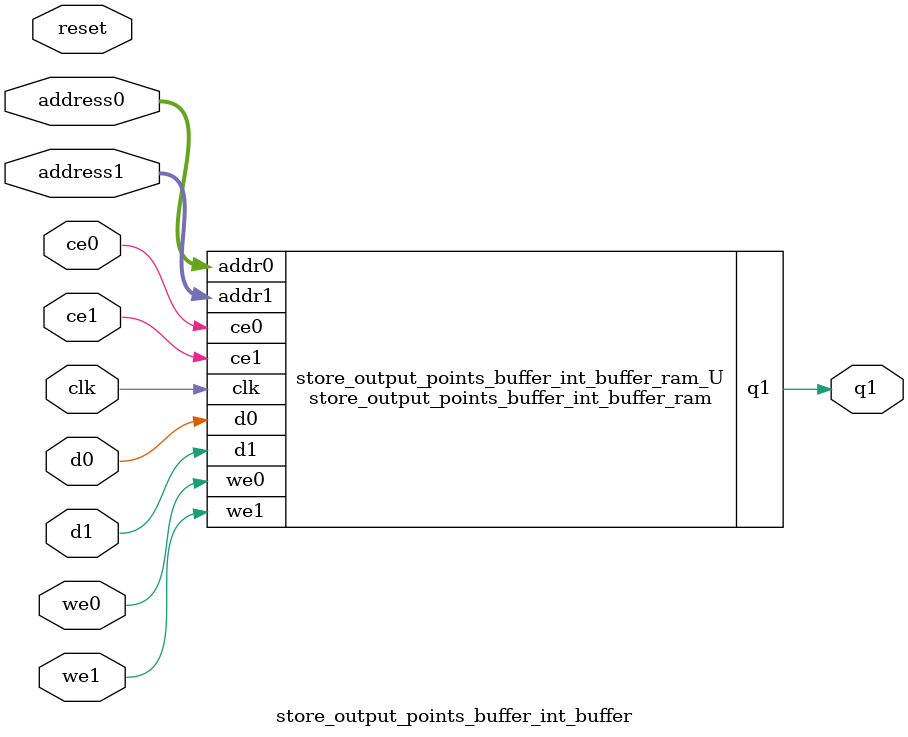
<source format=v>

`timescale 1 ns / 1 ps
module store_output_points_buffer_int_buffer_ram (addr0, ce0, d0, we0, addr1, ce1, d1, we1, q1,  clk);

parameter DWIDTH = 1;
parameter AWIDTH = 6;
parameter MEM_SIZE = 48;

input[AWIDTH-1:0] addr0;
input ce0;
input[DWIDTH-1:0] d0;
input we0;
input[AWIDTH-1:0] addr1;
input ce1;
input[DWIDTH-1:0] d1;
input we1;
output reg[DWIDTH-1:0] q1;
input clk;

(* ram_style = "block" *)reg [DWIDTH-1:0] ram[MEM_SIZE-1:0];




always @(posedge clk)  
begin 
    if (ce0) 
    begin
        if (we0) 
        begin 
            ram[addr0] <= d0; 
        end 
    end
end


always @(posedge clk)  
begin 
    if (ce1) 
    begin
        if (we1) 
        begin 
            ram[addr1] <= d1; 
            q1 <= d1;
        end 
        else 
            q1 <= ram[addr1];
    end
end


endmodule


`timescale 1 ns / 1 ps
module store_output_points_buffer_int_buffer(
    reset,
    clk,
    address0,
    ce0,
    we0,
    d0,
    address1,
    ce1,
    we1,
    d1,
    q1);

parameter DataWidth = 32'd1;
parameter AddressRange = 32'd48;
parameter AddressWidth = 32'd6;
input reset;
input clk;
input[AddressWidth - 1:0] address0;
input ce0;
input we0;
input[DataWidth - 1:0] d0;
input[AddressWidth - 1:0] address1;
input ce1;
input we1;
input[DataWidth - 1:0] d1;
output[DataWidth - 1:0] q1;




store_output_points_buffer_int_buffer_ram store_output_points_buffer_int_buffer_ram_U(
    .clk( clk ),
    .addr0( address0 ),
    .ce0( ce0 ),
    .d0( d0 ),
    .we0( we0 ),
    .addr1( address1 ),
    .ce1( ce1 ),
    .d1( d1 ),
    .we1( we1 ),
    .q1( q1 ));

endmodule


</source>
